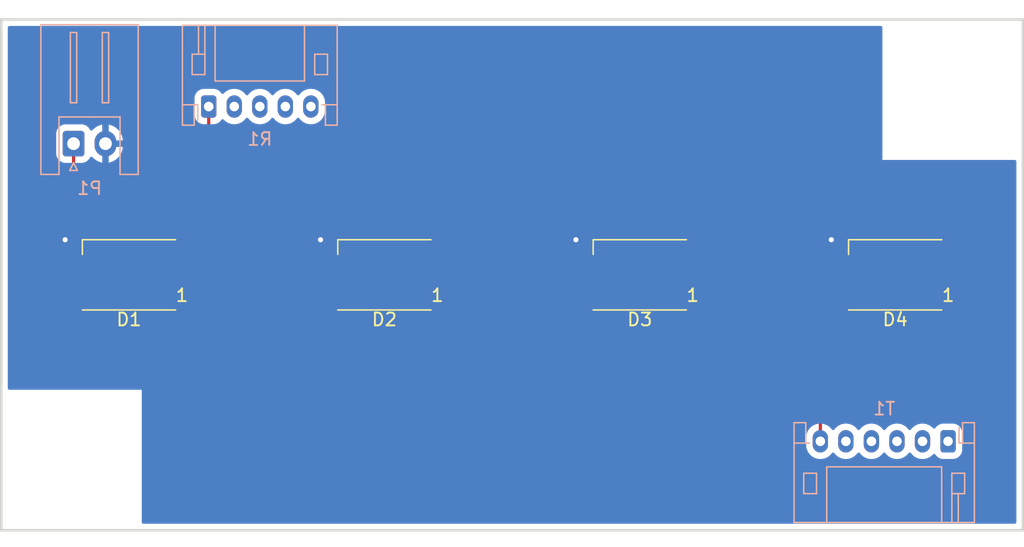
<source format=kicad_pcb>
(kicad_pcb (version 20211014) (generator pcbnew)
  (layers (0 "F.Cu" signal) (31 "B.Cu" signal) (34 "B.Paste" user) (35 "F.Paste" user) (36 "B.SilkS" user "B.Silkscreen") (37 "F.SilkS" user "F.Silkscreen") (38 "B.Mask" user) (39 "F.Mask" user) (44 "Edge.Cuts" user))
  (net 0 "")
  (net 1 "+5V")
  (net 2 "Net-(D1-Pad2)")
  (net 3 "GND")
  (net 4 "D_IN")
  (net 5 "Net-(D2-Pad2)")
  (net 6 "Net-(D3-Pad2)")
  (net 7 "D_OUT")
  (footprint "MountingHole:MountingHole_5mm" (layer "F.Cu") (at 40.5 69.5)
    (fp_text reference "H1" (at 0 0) (layer "F.SilkS"))
    (fp_text value "MountingHole")
    (pad "" np_thru_hole circle (at 0 0) (size 5 5) (drill 5) (layers *.Cu *.Mask))
  )
  (footprint "LED_SMD:LED_WS2812B_PLCC4_5.0x5.0mm_P3.2mm" (layer "F.Cu") (at 105 55 180)
    (fp_text reference "D4" (at 0 -3.5) (layer "F.SilkS"))
    (fp_text value "WS2812B")
    (fp_text user "1" (at -4.15 -1.6) (layer "F.SilkS"))
    (fp_line (start -3.65 2.75) (end 3.65 2.75) (layer "F.SilkS") (width 0.12))
    (fp_line (start -3.65 -2.75) (end 3.65 -2.75) (layer "F.SilkS") (width 0.12))
    (fp_line (start 3.65 2.75) (end 3.65 1.6) (layer "F.SilkS") (width 0.12))
    (pad "1" smd rect (at -2.45 -1.65 180) (size 1.5 0.9) (layers "F.Cu" "F.Paste" "F.Mask") (net 1 "+5V"))
    (pad "2" smd rect (at -2.45 1.65 180) (size 1.5 0.9) (layers "F.Cu" "F.Paste" "F.Mask") (net 7 "D_OUT"))
    (pad "3" smd rect (at 2.45 1.65 180) (size 1.5 0.9) (layers "F.Cu" "F.Paste" "F.Mask") (net 3 "GND"))
    (pad "4" smd rect (at 2.45 -1.65 180) (size 1.5 0.9) (layers "F.Cu" "F.Paste" "F.Mask") (net 6 "Net-(D3-Pad2)"))
  )
  (footprint "MountingHole:MountingHole_5mm" (layer "F.Cu") (at 109.5 40.5)
    (fp_text reference "H2" (at 0 0) (layer "F.SilkS"))
    (fp_text value "MountingHole")
    (pad "" np_thru_hole circle (at 0 0) (size 5 5) (drill 5) (layers *.Cu *.Mask))
  )
  (footprint "LED_SMD:LED_WS2812B_PLCC4_5.0x5.0mm_P3.2mm" (layer "F.Cu") (at 85 55 180)
    (fp_text reference "D3" (at 0 -3.5) (layer "F.SilkS"))
    (fp_text value "WS2812B")
    (fp_text user "1" (at -4.15 -1.6) (layer "F.SilkS"))
    (fp_line (start -3.65 2.75) (end 3.65 2.75) (layer "F.SilkS") (width 0.12))
    (fp_line (start -3.65 -2.75) (end 3.65 -2.75) (layer "F.SilkS") (width 0.12))
    (fp_line (start 3.65 2.75) (end 3.65 1.6) (layer "F.SilkS") (width 0.12))
    (pad "1" smd rect (at -2.45 -1.65 180) (size 1.5 0.9) (layers "F.Cu" "F.Paste" "F.Mask") (net 1 "+5V"))
    (pad "2" smd rect (at -2.45 1.65 180) (size 1.5 0.9) (layers "F.Cu" "F.Paste" "F.Mask") (net 6 "Net-(D3-Pad2)"))
    (pad "3" smd rect (at 2.45 1.65 180) (size 1.5 0.9) (layers "F.Cu" "F.Paste" "F.Mask") (net 3 "GND"))
    (pad "4" smd rect (at 2.45 -1.65 180) (size 1.5 0.9) (layers "F.Cu" "F.Paste" "F.Mask") (net 5 "Net-(D2-Pad2)"))
  )
  (footprint "LED_SMD:LED_WS2812B_PLCC4_5.0x5.0mm_P3.2mm" (layer "F.Cu") (at 65 55 180)
    (fp_text reference "D2" (at 0 -3.5) (layer "F.SilkS"))
    (fp_text value "WS2812B")
    (fp_text user "1" (at -4.15 -1.6) (layer "F.SilkS"))
    (fp_line (start -3.65 2.75) (end 3.65 2.75) (layer "F.SilkS") (width 0.12))
    (fp_line (start -3.65 -2.75) (end 3.65 -2.75) (layer "F.SilkS") (width 0.12))
    (fp_line (start 3.65 2.75) (end 3.65 1.6) (layer "F.SilkS") (width 0.12))
    (pad "1" smd rect (at -2.45 -1.65 180) (size 1.5 0.9) (layers "F.Cu" "F.Paste" "F.Mask") (net 1 "+5V"))
    (pad "2" smd rect (at -2.45 1.65 180) (size 1.5 0.9) (layers "F.Cu" "F.Paste" "F.Mask") (net 5 "Net-(D2-Pad2)"))
    (pad "3" smd rect (at 2.45 1.65 180) (size 1.5 0.9) (layers "F.Cu" "F.Paste" "F.Mask") (net 3 "GND"))
    (pad "4" smd rect (at 2.45 -1.65 180) (size 1.5 0.9) (layers "F.Cu" "F.Paste" "F.Mask") (net 2 "Net-(D1-Pad2)"))
  )
  (footprint "LED_SMD:LED_WS2812B_PLCC4_5.0x5.0mm_P3.2mm" (layer "F.Cu") (at 45 55 180)
    (fp_text reference "D1" (at 0 -3.5) (layer "F.SilkS"))
    (fp_text value "WS2812B")
    (fp_text user "1" (at -4.15 -1.6) (layer "F.SilkS"))
    (fp_line (start -3.65 -2.75) (end 3.65 -2.75) (layer "F.SilkS") (width 0.12))
    (fp_line (start -3.65 2.75) (end 3.65 2.75) (layer "F.SilkS") (width 0.12))
    (fp_line (start 3.65 2.75) (end 3.65 1.6) (layer "F.SilkS") (width 0.12))
    (pad "1" smd rect (at -2.45 -1.65 180) (size 1.5 0.9) (layers "F.Cu" "F.Paste" "F.Mask") (net 1 "+5V"))
    (pad "2" smd rect (at -2.45 1.65 180) (size 1.5 0.9) (layers "F.Cu" "F.Paste" "F.Mask") (net 2 "Net-(D1-Pad2)"))
    (pad "3" smd rect (at 2.45 1.65 180) (size 1.5 0.9) (layers "F.Cu" "F.Paste" "F.Mask") (net 3 "GND"))
    (pad "4" smd rect (at 2.45 -1.65 180) (size 1.5 0.9) (layers "F.Cu" "F.Paste" "F.Mask") (net 4 "D_IN"))
  )
  (footprint "Connector_JST:JST_PH_S6B-PH-K_1x06_P2.00mm_Horizontal" (layer "B.Cu") (at 109.14 68.035 180)
    (fp_text reference "T1" (at 5 2.55) (layer "B.SilkS") (effects (justify mirror)))
    (fp_text value "Conn_01x06")
    (fp_line (start 12.06 1.46) (end 11.14 1.46) (layer "B.SilkS") (width 0.12))
    (fp_line (start 0.5 -2) (end 9.5 -2) (layer "B.SilkS") (width 0.12))
    (fp_line (start 12.06 -6.36) (end 12.06 1.46) (layer "B.SilkS") (width 0.12))
    (fp_line (start 10.3 -4.1) (end 10.3 -2.5) (layer "B.SilkS") (width 0.12))
    (fp_line (start 9.5 -2) (end 9.5 -6.36) (layer "B.SilkS") (width 0.12))
    (fp_line (start -0.3 -4.1) (end -0.3 -2.5) (layer "B.SilkS") (width 0.12))
    (fp_line (start 11.3 -4.1) (end 10.3 -4.1) (layer "B.SilkS") (width 0.12))
    (fp_line (start -1.3 -2.5) (end -1.3 -4.1) (layer "B.SilkS") (width 0.12))
    (fp_line (start -2.06 1.46) (end -2.06 -6.36) (layer "B.SilkS") (width 0.12))
    (fp_line (start -2.06 -0.14) (end -1.14 -0.14) (layer "B.SilkS") (width 0.12))
    (fp_line (start 11.14 1.46) (end 11.14 -0.14) (layer "B.SilkS") (width 0.12))
    (fp_line (start -0.3 -4.1) (end -0.3 -6.36) (layer "B.SilkS") (width 0.12))
    (fp_line (start 0.5 -6.36) (end 0.5 -2) (layer "B.SilkS") (width 0.12))
    (fp_line (start 10.3 -2.5) (end 11.3 -2.5) (layer "B.SilkS") (width 0.12))
    (fp_line (start -1.14 1.46) (end -2.06 1.46) (layer "B.SilkS") (width 0.12))
    (fp_line (start -1.3 -4.1) (end -0.3 -4.1) (layer "B.SilkS") (width 0.12))
    (fp_line (start 12.06 -0.14) (end 11.14 -0.14) (layer "B.SilkS") (width 0.12))
    (fp_line (start 11.14 -0.14) (end 10.86 -0.14) (layer "B.SilkS") (width 0.12))
    (fp_line (start -1.14 -0.14) (end -1.14 1.46) (layer "B.SilkS") (width 0.12))
    (fp_line (start 11.3 -2.5) (end 11.3 -4.1) (layer "B.SilkS") (width 0.12))
    (fp_line (start -0.3 -2.5) (end -1.3 -2.5) (layer "B.SilkS") (width 0.12))
    (fp_line (start -0.8 -4.1) (end -0.8 -6.36) (layer "B.SilkS") (width 0.12))
    (fp_line (start -0.86 -0.14) (end -0.86 1.075) (layer "B.SilkS") (width 0.12))
    (fp_line (start -2.06 -6.36) (end 12.06 -6.36) (layer "B.SilkS") (width 0.12))
    (fp_line (start -0.86 -0.14) (end -1.14 -0.14) (layer "B.SilkS") (width 0.12))
    (pad "1" thru_hole roundrect (at 0 0 180) (size 1.2 1.75) (drill 0.75) (layers *.Cu *.Mask) (roundrect_rratio 0.2083333333))
    (pad "2" thru_hole oval (at 2 0 180) (size 1.2 1.75) (drill 0.75) (layers *.Cu *.Mask))
    (pad "3" thru_hole oval (at 4 0 180) (size 1.2 1.75) (drill 0.75) (layers *.Cu *.Mask))
    (pad "4" thru_hole oval (at 6 0 180) (size 1.2 1.75) (drill 0.75) (layers *.Cu *.Mask))
    (pad "5" thru_hole oval (at 8 0 180) (size 1.2 1.75) (drill 0.75) (layers *.Cu *.Mask))
    (pad "6" thru_hole oval (at 10 0 180) (size 1.2 1.75) (drill 0.75) (layers *.Cu *.Mask) (net 7 "D_OUT"))
  )
  (footprint "Connector_JST:JST_PH_S5B-PH-K_1x05_P2.00mm_Horizontal" (layer "B.Cu") (at 51.245 41.82)
    (fp_text reference "R1" (at 4 2.55) (layer "B.SilkS") (effects (justify mirror)))
    (fp_text value "Conn_01x05")
    (fp_line (start 8.3 -2.5) (end 9.3 -2.5) (layer "B.SilkS") (width 0.12))
    (fp_line (start -0.86 -0.14) (end -0.86 1.075) (layer "B.SilkS") (width 0.12))
    (fp_line (start 10.06 -6.36) (end 10.06 1.46) (layer "B.SilkS") (width 0.12))
    (fp_line (start -0.86 -0.14) (end -1.14 -0.14) (layer "B.SilkS") (width 0.12))
    (fp_line (start -1.3 -2.5) (end -1.3 -4.1) (layer "B.SilkS") (width 0.12))
    (fp_line (start 9.14 -0.14) (end 8.86 -0.14) (layer "B.SilkS") (width 0.12))
    (fp_line (start -1.14 -0.14) (end -1.14 1.46) (layer "B.SilkS") (width 0.12))
    (fp_line (start -0.8 -4.1) (end -0.8 -6.36) (layer "B.SilkS") (width 0.12))
    (fp_line (start -2.06 1.46) (end -2.06 -6.36) (layer "B.SilkS") (width 0.12))
    (fp_line (start 0.5 -2) (end 7.5 -2) (layer "B.SilkS") (width 0.12))
    (fp_line (start 10.06 1.46) (end 9.14 1.46) (layer "B.SilkS") (width 0.12))
    (fp_line (start 0.5 -6.36) (end 0.5 -2) (layer "B.SilkS") (width 0.12))
    (fp_line (start -1.3 -4.1) (end -0.3 -4.1) (layer "B.SilkS") (width 0.12))
    (fp_line (start -0.3 -4.1) (end -0.3 -6.36) (layer "B.SilkS") (width 0.12))
    (fp_line (start 9.3 -4.1) (end 8.3 -4.1) (layer "B.SilkS") (width 0.12))
    (fp_line (start 9.14 1.46) (end 9.14 -0.14) (layer "B.SilkS") (width 0.12))
    (fp_line (start -2.06 -0.14) (end -1.14 -0.14) (layer "B.SilkS") (width 0.12))
    (fp_line (start 7.5 -2) (end 7.5 -6.36) (layer "B.SilkS") (width 0.12))
    (fp_line (start 9.3 -2.5) (end 9.3 -4.1) (layer "B.SilkS") (width 0.12))
    (fp_line (start -2.06 -6.36) (end 10.06 -6.36) (layer "B.SilkS") (width 0.12))
    (fp_line (start -0.3 -4.1) (end -0.3 -2.5) (layer "B.SilkS") (width 0.12))
    (fp_line (start 10.06 -0.14) (end 9.14 -0.14) (layer "B.SilkS") (width 0.12))
    (fp_line (start 8.3 -4.1) (end 8.3 -2.5) (layer "B.SilkS") (width 0.12))
    (fp_line (start -0.3 -2.5) (end -1.3 -2.5) (layer "B.SilkS") (width 0.12))
    (fp_line (start -1.14 1.46) (end -2.06 1.46) (layer "B.SilkS") (width 0.12))
    (pad "1" thru_hole roundrect (at 0 0) (size 1.2 1.75) (drill 0.75) (layers *.Cu *.Mask) (roundrect_rratio 0.2083333333) (net 4 "D_IN"))
    (pad "2" thru_hole oval (at 2 0) (size 1.2 1.75) (drill 0.75) (layers *.Cu *.Mask))
    (pad "3" thru_hole oval (at 4 0) (size 1.2 1.75) (drill 0.75) (layers *.Cu *.Mask))
    (pad "4" thru_hole oval (at 6 0) (size 1.2 1.75) (drill 0.75) (layers *.Cu *.Mask))
    (pad "5" thru_hole oval (at 8 0) (size 1.2 1.75) (drill 0.75) (layers *.Cu *.Mask))
  )
  (footprint "Connector_JST:JST_XH_S2B-XH-A_1x02_P2.50mm_Horizontal" (layer "B.Cu") (at 40.66 44.725)
    (fp_text reference "P1" (at 1.25 3.5) (layer "B.SilkS") (effects (justify mirror)))
    (fp_text value "Conn_01x02")
    (fp_line (start 2.75 -8.7) (end 2.75 -3.2) (layer "B.SilkS") (width 0.12))
    (fp_line (start 0.25 -3.2) (end -0.25 -3.2) (layer "B.SilkS") (width 0.12))
    (fp_line (start 0.25 -8.7) (end 0.25 -3.2) (layer "B.SilkS") (width 0.12))
    (fp_line (start -2.56 2.41) (end -1.14 2.41) (layer "B.SilkS") (width 0.12))
    (fp_line (start -0.25 -8.7) (end 0.25 -8.7) (layer "B.SilkS") (width 0.12))
    (fp_line (start -0.25 -3.2) (end -0.25 -8.7) (layer "B.SilkS") (width 0.12))
    (fp_line (start 2.25 -8.7) (end 2.75 -8.7) (layer "B.SilkS") (width 0.12))
    (fp_line (start 0.3 2.1) (end 0 1.5) (layer "B.SilkS") (width 0.12))
    (fp_line (start 2.75 -3.2) (end 2.25 -3.2) (layer "B.SilkS") (width 0.12))
    (fp_line (start 3.64 2.41) (end 3.64 -2.09) (layer "B.SilkS") (width 0.12))
    (fp_line (start -0.3 2.1) (end 0.3 2.1) (layer "B.SilkS") (width 0.12))
    (fp_line (start -1.14 2.41) (end -1.14 -2.09) (layer "B.SilkS") (width 0.12))
    (fp_line (start 3.64 -2.09) (end 1.25 -2.09) (layer "B.SilkS") (width 0.12))
    (fp_line (start 1.25 -9.31) (end 5.06 -9.31) (layer "B.SilkS") (width 0.12))
    (fp_line (start 0 1.5) (end -0.3 2.1) (layer "B.SilkS") (width 0.12))
    (fp_line (start 5.06 2.41) (end 3.64 2.41) (layer "B.SilkS") (width 0.12))
    (fp_line (start 2.25 -3.2) (end 2.25 -8.7) (layer "B.SilkS") (width 0.12))
    (fp_line (start 1.25 -9.31) (end -2.56 -9.31) (layer "B.SilkS") (width 0.12))
    (fp_line (start -1.14 -2.09) (end 1.25 -2.09) (layer "B.SilkS") (width 0.12))
    (fp_line (start -2.56 -9.31) (end -2.56 2.41) (layer "B.SilkS") (width 0.12))
    (fp_line (start 5.06 -9.31) (end 5.06 2.41) (layer "B.SilkS") (width 0.12))
    (pad "1" thru_hole roundrect (at 0 0) (size 1.7 2) (drill 1) (layers *.Cu *.Mask) (roundrect_rratio 0.1470588235) (net 1 "+5V"))
    (pad "2" thru_hole oval (at 2.5 0) (size 1.7 2) (drill 1) (layers *.Cu *.Mask) (net 3 "GND"))
  )
  (gr_rect (start 35 35) (end 115 75) (layer "Edge.Cuts") (width 0.2) (fill none))
  (segment (start 47.45 56.65) (end 49.03 56.65) (width 0.25) (layer "F.Cu") (net 1))
  (segment (start 42.21 60.96) (end 53.34 60.96) (width 0.25) (layer "F.Cu") (net 1))
  (segment (start 67.45 57.01) (end 67.45 56.65) (width 0.25) (layer "F.Cu") (net 1))
  (segment (start 87.45 56.65) (end 89.67 56.65) (width 0.25) (layer "F.Cu") (net 1))
  (segment (start 103.14 60.96) (end 107.45 56.65) (width 0.25) (layer "F.Cu") (net 1))
  (segment (start 69.35 56.65) (end 73.66 60.96) (width 0.25) (layer "F.Cu") (net 1))
  (segment (start 40.66 47.34) (end 37 51) (width 0.25) (layer "F.Cu") (net 1))
  (segment (start 67.45 56.65) (end 69.35 56.65) (width 0.25) (layer "F.Cu") (net 1))
  (segment (start 49.03 56.65) (end 53.34 60.96) (width 0.25) (layer "F.Cu") (net 1))
  (segment (start 37 51) (end 37 55.75) (width 0.25) (layer "F.Cu") (net 1))
  (segment (start 37 55.75) (end 42.21 60.96) (width 0.25) (layer "F.Cu") (net 1))
  (segment (start 89.67 56.65) (end 93.98 60.96) (width 0.25) (layer "F.Cu") (net 1))
  (segment (start 63.5 60.96) (end 73.66 60.96) (width 0.25) (layer "F.Cu") (net 1))
  (segment (start 73.66 60.96) (end 93.98 60.96) (width 0.25) (layer "F.Cu") (net 1))
  (segment (start 40.66 44.725) (end 40.66 47.34) (width 0.25) (layer "F.Cu") (net 1))
  (segment (start 53.34 60.96) (end 63.5 60.96) (width 0.25) (layer "F.Cu") (net 1))
  (segment (start 93.98 60.96) (end 103.14 60.96) (width 0.25) (layer "F.Cu") (net 1))
  (segment (start 56.65 56.65) (end 62.55 56.65) (width 0.25) (layer "F.Cu") (net 2))
  (segment (start 53.33 53.35) (end 53.34 53.34) (width 0.25) (layer "F.Cu") (net 2))
  (segment (start 53.34 53.34) (end 56.65 56.65) (width 0.25) (layer "F.Cu") (net 2))
  (segment (start 47.45 53.35) (end 53.33 53.35) (width 0.25) (layer "F.Cu") (net 2))
  (segment (start 40 52.25) (end 41.1 53.35) (width 0.25) (layer "F.Cu") (net 3))
  (segment (start 81.1 53.35) (end 82.55 53.35) (width 0.25) (layer "F.Cu") (net 3))
  (segment (start 41.1 53.35) (end 42.55 53.35) (width 0.25) (layer "F.Cu") (net 3))
  (segment (start 61.1 53.35) (end 62.55 53.35) (width 0.25) (layer "F.Cu") (net 3))
  (segment (start 80 52.25) (end 81.1 53.35) (width 0.25) (layer "F.Cu") (net 3))
  (segment (start 60 52.25) (end 61.1 53.35) (width 0.25) (layer "F.Cu") (net 3))
  (segment (start 101.1 53.35) (end 102.55 53.35) (width 0.25) (layer "F.Cu") (net 3))
  (segment (start 100 52.25) (end 101.1 53.35) (width 0.25) (layer "F.Cu") (net 3))
  (via (at 40 52.25) (size 0.8) (drill 0.4) (layers "F.Cu" "B.Cu") (net 3))
  (via (at 100 52.25) (size 0.8) (drill 0.4) (layers "F.Cu" "B.Cu") (net 3))
  (via (at 80 52.25) (size 0.8) (drill 0.4) (layers "F.Cu" "B.Cu") (net 3))
  (via (at 60 52.25) (size 0.8) (drill 0.4) (layers "F.Cu" "B.Cu") (net 3))
  (segment (start 40.157 56.65) (end 38.5 54.993) (width 0.25) (layer "F.Cu") (net 4))
  (segment (start 42.55 56.65) (end 40.157 56.65) (width 0.25) (layer "F.Cu") (net 4))
  (segment (start 51.245 44.755) (end 51.245 41.82) (width 0.25) (layer "F.Cu") (net 4))
  (segment (start 38.5 51.5) (end 40.75 49.25) (width 0.25) (layer "F.Cu") (net 4))
  (segment (start 38.5 54.993) (end 38.5 51.5) (width 0.25) (layer "F.Cu") (net 4))
  (segment (start 46.75 49.25) (end 51.245 44.755) (width 0.25) (layer "F.Cu") (net 4))
  (segment (start 40.75 49.25) (end 46.75 49.25) (width 0.25) (layer "F.Cu") (net 4))
  (segment (start 67.45 53.35) (end 73.67 53.35) (width 0.25) (layer "F.Cu") (net 5))
  (segment (start 76.97 56.65) (end 82.55 56.65) (width 0.25) (layer "F.Cu") (net 5))
  (segment (start 73.67 53.35) (end 76.97 56.65) (width 0.25) (layer "F.Cu") (net 5))
  (segment (start 93.98 53.34) (end 97.29 56.65) (width 0.25) (layer "F.Cu") (net 6))
  (segment (start 93.97 53.35) (end 93.98 53.34) (width 0.25) (layer "F.Cu") (net 6))
  (segment (start 97.29 56.65) (end 102.55 56.65) (width 0.25) (layer "F.Cu") (net 6))
  (segment (start 87.45 53.35) (end 93.97 53.35) (width 0.25) (layer "F.Cu") (net 6))
  (segment (start 111.76 53.975) (end 111.76 59.055) (width 0.25) (layer "F.Cu") (net 7))
  (segment (start 107.315 63.5) (end 101.6 63.5) (width 0.25) (layer "F.Cu") (net 7))
  (segment (start 111.76 59.055) (end 107.315 63.5) (width 0.25) (layer "F.Cu") (net 7))
  (segment (start 101.6 63.5) (end 99.14 65.96) (width 0.25) (layer "F.Cu") (net 7))
  (segment (start 107.45 53.35) (end 111.135 53.35) (width 0.25) (layer "F.Cu") (net 7))
  (segment (start 99.14 65.96) (end 99.14 68.035) (width 0.25) (layer "F.Cu") (net 7))
  (segment (start 111.135 53.35) (end 111.76 53.975) (width 0.25) (layer "F.Cu") (net 7))
  (zone (net 0) (net_name "") (layers F&B.Cu) (connect_pads (clearance 0)) (min_thickness 0.254)
    (keepout (tracks not_allowed) (vias not_allowed) (pads not_allowed) (copperpour not_allowed) (footprints allowed))
    (fill (thermal_gap 0.508) (thermal_bridge_width 0.508))
    (polygon (pts (xy 46 75) (xy 35 75) (xy 35 64) (xy 46 64)))
  )
  (zone (net 0) (net_name "") (layers F&B.Cu) (connect_pads (clearance 0)) (min_thickness 0.254)
    (keepout (tracks not_allowed) (vias not_allowed) (pads not_allowed) (copperpour not_allowed) (footprints allowed))
    (fill (thermal_gap 0.508) (thermal_bridge_width 0.508))
    (polygon (pts (xy 115 46) (xy 104 46) (xy 104 35) (xy 115 35)))
  )
  (zone (net 3) (net_name "GND") (layer "B.Cu") (connect_pads (clearance 0.508)) (min_thickness 0.254) (fill yes (thermal_gap 0.508) (thermal_bridge_width 0.508))
    (polygon (pts (xy 115.062 74.93) (xy 35.052 74.93) (xy 35.052 35.052) (xy 115.062 34.798)))
  )
)
</source>
